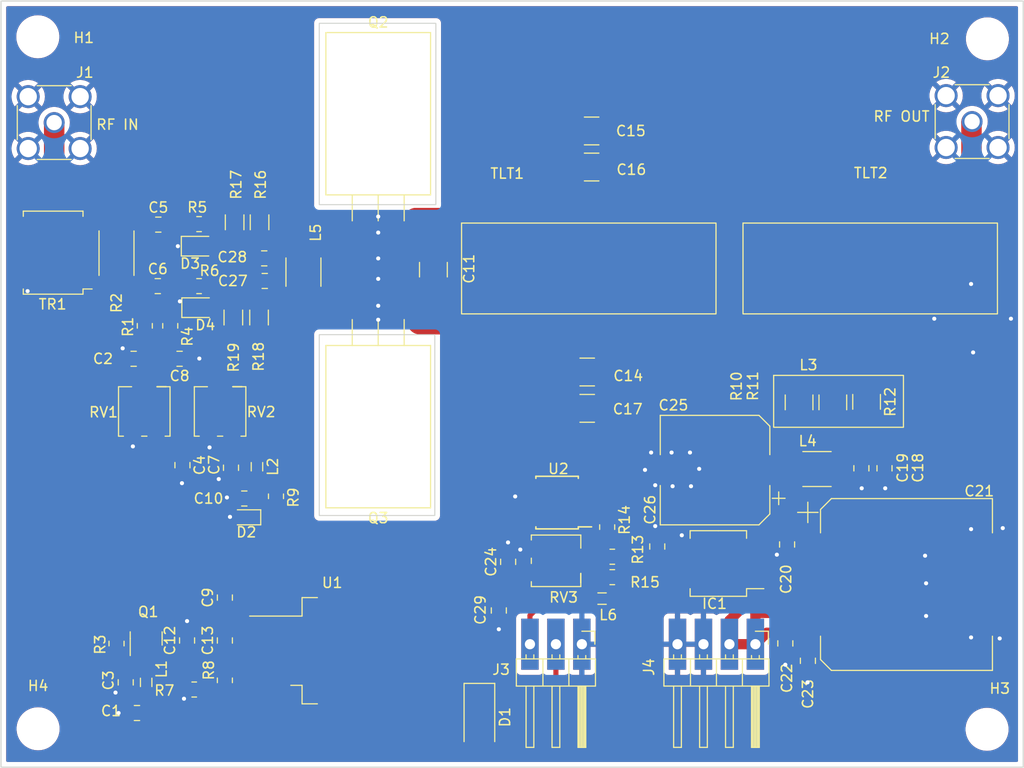
<source format=kicad_pcb>
(kicad_pcb (version 20211014) (generator pcbnew)
  (title_block (title "MUNIN 1000 HF PA") (date "2022-01-26") (rev "0") (company "LA2NI") (comment 1 "Eng:Kjell Karlsen"))
  (layers (0 "F.Cu" signal) (31 "B.Cu" signal) (35 "F.Paste" user) (37 "F.SilkS" user "F.Silkscreen") (38 "B.Mask" user) (39 "F.Mask" user) (44 "Edge.Cuts" user))
  (net 0 "")
  (net 1 "+48V")
  (net 2 "GND")
  (net 3 "Net-(C3-Pad1)")
  (net 4 "Net-(C4-Pad1)")
  (net 5 "Net-(C6-Pad1)")
  (net 6 "Net-(C9-Pad1)")
  (net 7 "Net-(C10-Pad1)")
  (net 8 "Net-(C11-Pad1)")
  (net 9 "Net-(C11-Pad2)")
  (net 10 "+5V")
  (net 11 "Net-(C14-Pad2)")
  (net 12 "Net-(C15-Pad2)")
  (net 13 "Net-(C18-Pad2)")
  (net 14 "Net-(C26-Pad1)")
  (net 15 "Net-(D1-Pad1)")
  (net 16 "Net-(D1-Pad2)")
  (net 17 "Net-(IC1-Pad7)")
  (net 19 "Net-(J1-Pad1)")
  (net 20 "Net-(R7-Pad1)")
  (net 21 "Net-(R13-Pad1)")
  (net 22 "Net-(R13-Pad2)")
  (net 23 "Net-(R14-Pad1)")
  (net 28 "Net-(J2-Pad1)")
  (net 29 "Net-(D4-Pad2)")
  (net 30 "Net-(C2-Pad2)")
  (net 31 "Net-(C5-Pad1)")
  (net 32 "Net-(C5-Pad2)")
  (net 33 "Net-(C6-Pad2)")
  (net 34 "Net-(C8-Pad2)")
  (net 35 "Net-(C20-Pad2)")
  (net 36 "Net-(C27-Pad2)")
  (net 37 "Net-(L3-Pad1)")
  (net 38 "Net-(C27-Pad1)")
  (net 39 "Net-(C28-Pad2)")
  (net 40 "Net-(C28-Pad1)")
  (net 41 "Net-(D3-Pad2)")
  (net 42 "Net-(J3-Pad3)")
  (net 43 "Net-(C21-Pad1)")
  (footprint "Capacitor_SMD:C_0805_2012Metric" (layer "F.Cu") (at 59 147.2 180)
    (fp_text reference "C1")
    (fp_text value "100n" hide)
  )
  (footprint "LA2NI:TO-220-3_Horizontal_TabDown_SMD" (layer "F.Cu") (at 85.14 107.5325 180)
    (fp_text reference "Q3")
    (fp_text value "MRF101BN")
  )
  (footprint "Resistor_SMD:R_0805_2012Metric_Pad1.20x1.40mm_HandSolder" (layer "F.Cu") (at 59.7662 109.2962 -90)
    (fp_text reference "R1")
    (fp_text value "100R" hide)
  )
  (footprint "Package_SO:Diodes_PSOP-8" (layer "F.Cu") (at 100.1 126.6 180)
    (fp_text reference "U2")
    (fp_text value "LM358" hide)
  )
  (footprint "Capacitor_SMD:C_0805_2012Metric_Pad1.18x1.45mm_HandSolder" (layer "F.Cu") (at 63.1698 112.522 180)
    (fp_text reference "C8")
    (fp_text value "100n" hide)
  )
  (footprint "Inductor_SMD:L_0805_2012Metric_Pad1.05x1.20mm_HandSolder" (layer "F.Cu") (at 59.9 144.2 90)
    (fp_text reference "L1")
    (fp_text value "L_Core_Ferrite_Small" hide)
  )
  (footprint "Capacitor_SMD:C_0805_2012Metric_Pad1.18x1.45mm_HandSolder" (layer "F.Cu") (at 63.9 140.1 90)
    (fp_text reference "C12")
    (fp_text value "1u" hide)
  )
  (footprint "Inductor_SMD:L_1812_4532Metric" (layer "F.Cu") (at 125.5268 123.317 180)
    (fp_text reference "L4")
    (fp_text value "Ferrite Bead 742792514" hide)
  )
  (footprint "Capacitor_SMD:C_1210_3225Metric_Pad1.33x2.70mm_HandSolder" (layer "F.Cu") (at 103.0478 113.8174)
    (fp_text reference "C14")
    (fp_text value "100n" hide)
  )
  (footprint "Capacitor_SMD:C_0805_2012Metric_Pad1.18x1.45mm_HandSolder" (layer "F.Cu") (at 68.199 123.19 -90)
    (fp_text reference "C7")
    (fp_text value "100n" hide)
  )
  (footprint "Capacitor_SMD:C_0805_2012Metric_Pad1.18x1.45mm_HandSolder" (layer "F.Cu") (at 109.9 130.9 90)
    (fp_text reference "C26")
    (fp_text value "1n" hide)
  )
  (footprint "Capacitor_SMD:C_1210_3225Metric_Pad1.33x2.70mm_HandSolder" (layer "F.Cu") (at 103.4796 90.2208)
    (fp_text reference "C15")
    (fp_text value "100n" hide)
  )
  (footprint "Capacitor_SMD:C_0805_2012Metric_Pad1.18x1.45mm_HandSolder" (layer "F.Cu") (at 95.3108 132.4 90)
    (fp_text reference "C24")
    (fp_text value "1u" hide)
  )
  (footprint "Capacitor_SMD:C_1210_3225Metric_Pad1.33x2.70mm_HandSolder" (layer "F.Cu") (at 103.0478 117.3734)
    (fp_text reference "C17")
    (fp_text value "100n" hide)
  )
  (footprint "Capacitor_SMD:C_0805_2012Metric_Pad1.18x1.45mm_HandSolder" (layer "F.Cu") (at 129.8702 123.2408 90)
    (fp_text reference "C19")
    (fp_text value "100n" hide)
  )
  (footprint "Resistor_SMD:R_0805_2012Metric_Pad1.20x1.40mm_HandSolder" (layer "F.Cu") (at 64.6 144.9 180)
    (fp_text reference "R7")
    (fp_text value "240R" hide)
  )
  (footprint "Resistor_SMD:R_0805_2012Metric_Pad1.20x1.40mm_HandSolder" (layer "F.Cu") (at 62.2554 109.2962 -90)
    (fp_text reference "R4")
    (fp_text value "100R" hide)
  )
  (footprint "Package_SO:SO-8_5.3x6.2mm_P1.27mm" (layer "F.Cu") (at 115.8748 132.5626 180)
    (fp_text reference "IC1")
    (fp_text value "ACHS-7123" hide)
  )
  (footprint "Resistor_SMD:R_1206_3216Metric" (layer "F.Cu") (at 70.9422 108.4834 90)
    (fp_text reference "R18")
    (fp_text value "TBD" hide)
  )
  (footprint "Capacitor_SMD:CP_Elec_10x14.3" (layer "F.Cu") (at 115.5541 123.4186 180)
    (fp_text reference "C25")
    (fp_text value "22u/63V" hide)
  )
  (footprint "RF_Mini-Circuits:Mini-Circuits_CD542_H2.84mm" (layer "F.Cu") (at 50.8 102.1334 180)
    (fp_text reference "TR1")
    (fp_text value "ADT4-1WT" hide)
  )
  (footprint "Diode_SMD:D_MELF" (layer "F.Cu") (at 92.5 147.6 -90)
    (fp_text reference "D1")
    (fp_text value "BAT54J" hide)
  )
  (footprint "Capacitor_SMD:C_1210_3225Metric" (layer "F.Cu") (at 88 103.8 -90)
    (fp_text reference "C11")
    (fp_text value "TBD" hide)
  )
  (footprint "MountingHole:MountingHole_3.2mm_M3" (layer "F.Cu") (at 142.1638 148.7932)
    (fp_text reference "H3")
    (fp_text value "MH" hide)
  )
  (footprint "Capacitor_SMD:C_0805_2012Metric_Pad1.18x1.45mm_HandSolder" (layer "F.Cu") (at 124.6378 142.0876 -90)
    (fp_text reference "C23")
    (fp_text value "100n" hide)
  )
  (footprint "Diode_SMD:D_0805_2012Metric" (layer "F.Cu") (at 65.024 101.4984)
    (fp_text reference "D3")
    (fp_text value "CDSOD323-T03CT-NO" hide)
  )
  (footprint "Capacitor_SMD:C_0805_2012Metric_Pad1.18x1.45mm_HandSolder" (layer "F.Cu") (at 67.6 135.9 90)
    (fp_text reference "C9")
    (fp_text value "100n" hide)
  )
  (footprint "Capacitor_SMD:CP_Elec_16x17.5" (layer "F.Cu") (at 134.2799 134.62)
    (fp_text reference "C21")
    (fp_text value "560u/63V" hide)
  )
  (footprint "Resistor_SMD:R_1210_3225Metric" (layer "F.Cu") (at 123.7742 116.7892 -90)
    (fp_text reference "R10")
    (fp_text value "4R7/1W" hide)
  )
  (footprint "Resistor_SMD:R_1210_3225Metric" (layer "F.Cu") (at 130.3782 116.7384 -90)
    (fp_text reference "R12")
    (fp_text value "4R7/1W" hide)
  )
  (footprint "Inductor_SMD:L_1812_4532Metric" (layer "F.Cu") (at 75.2856 104.0384 -90)
    (fp_text reference "L5")
    (fp_text value "1 T" hide)
  )
  (footprint "Capacitor_SMD:C_0805_2012Metric" (layer "F.Cu") (at 71.501 104.902)
    (fp_text reference "C27")
    (fp_text value "100nH" hide)
  )
  (footprint "Resistor_SMD:R_1206_3216Metric" (layer "F.Cu") (at 70.993 99.1616 -90)
    (fp_text reference "R16")
    (fp_text value "TBD" hide)
  )
  (footprint "Capacitor_SMD:C_0805_2012Metric_Pad1.18x1.45mm_HandSolder" (layer "F.Cu") (at 61.087 99.3902)
    (fp_text reference "C5")
    (fp_text value "100n" hide)
  )
  (footprint "Connector_PinHeader_2.54mm:PinHeader_1x03_P2.54mm_Horizontal" (layer "F.Cu") (at 102.525 140.4625 -90)
    (fp_text reference "J3")
    (fp_text value "Conn_01x03_Male" hide)
  )
  (footprint "Potentiometer_SMD:Potentiometer_Bourns_3214G_Horizontal" (layer "F.Cu") (at 100 132.3 180)
    (fp_text reference "RV3")
    (fp_text value "1K" hide)
  )
  (footprint "Potentiometer_SMD:Potentiometer_Bourns_3214G_Horizontal" (layer "F.Cu") (at 59.7154 117.6782 -90)
    (fp_text reference "RV1")
    (fp_text value "5K" hide)
  )
  (footprint "Resistor_SMD:R_0805_2012Metric_Pad1.20x1.40mm_HandSolder" (layer "F.Cu") (at 105.5 133.9 180)
    (fp_text reference "R15")
    (fp_text value "100R" hide)
  )
  (footprint "Capacitor_SMD:C_0805_2012Metric_Pad1.18x1.45mm_HandSolder" (layer "F.Cu") (at 57.9 144.2 -90)
    (fp_text reference "C3")
    (fp_text value "100n" hide)
  )
  (footprint "MountingHole:MountingHole_3.2mm_M3" (layer "F.Cu") (at 49.3268 148.7424)
    (fp_text reference "H4")
    (fp_text value "MH" hide)
  )
  (footprint "Connector_Coaxial:SMA_Amphenol_132291_Vertical" (layer "F.Cu") (at 140.7 89.3 -90)
    (fp_text reference "J2")
    (fp_text value "Conn_Coaxial" hide)
  )
  (footprint "LA2NI:TO-220-3_Horizontal_TabDown_SMD" (layer "F.Cu") (at 80.06 100.1675)
    (fp_text reference "Q2")
    (fp_text value "MRF101AN")
  )
  (footprint "Capacitor_SMD:C_0805_2012Metric_Pad1.18x1.45mm_HandSolder" (layer "F.Cu") (at 58.674 112.522)
    (fp_text reference "C2")
    (fp_text value "100n" hide)
  )
  (footprint "Diode_SMD:D_0603_1608Metric" (layer "F.Cu") (at 69.6214 128.0414 180)
    (fp_text reference "D2")
    (fp_text value "5.1V" hide)
  )
  (footprint "Connector_PinHeader_2.54mm:PinHeader_1x04_P2.54mm_Horizontal" (layer "F.Cu") (at 119.5 140.4625 -90)
    (fp_text reference "J4")
    (fp_text value "3-647630-4" hide)
  )
  (footprint "Capacitor_SMD:C_0805_2012Metric_Pad1.18x1.45mm_HandSolder" (layer "F.Cu") (at 122.6 130.7 90)
    (fp_text reference "C20")
    (fp_text value "100n" hide)
  )
  (footprint "Diode_SMD:D_0805_2012Metric" (layer "F.Cu") (at 65.0748 107.5182)
    (fp_text reference "D4")
    (fp_text value "CDSOD323-T03CT-NO" hide)
  )
  (footprint "LA2NI:TLT_94_3" (layer "F.Cu") (at 121.0818 98.7298)
    (fp_text reference "TLT2")
    (fp_text value "TLT" hide)
  )
  (footprint "Capacitor_SMD:C_1210_3225Metric_Pad1.33x2.70mm_HandSolder" (layer "F.Cu") (at 103.4796 93.7514)
    (fp_text reference "C16")
    (fp_text value "100n" hide)
  )
  (footprint "Capacitor_SMD:C_0805_2012Metric_Pad1.18x1.45mm_HandSolder" (layer "F.Cu") (at 69.5 126.2 180)
    (fp_text reference "C10")
    (fp_text value "100n" hide)
  )
  (footprint "Resistor_SMD:R_1206_3216Metric" (layer "F.Cu") (at 68.5546 99.1616 -90)
    (fp_text reference "R17")
    (fp_text value "TBD" hide)
  )
  (footprint "Package_TO_SOT_SMD:TO-263-3_TabPin2" (layer "F.Cu") (at 78.1 141.1)
    (fp_text reference "U1")
    (fp_text value "TL783CKTT" hide)
  )
  (footprint "Resistor_SMD:R_0805_2012Metric_Pad1.20x1.40mm_HandSolder" (layer "F.Cu") (at 65.0748 105.41)
    (fp_text reference "R6")
    (fp_text value "1R" hide)
  )
  (footprint "Package_TO_SOT_SMD:SOT-23" (layer "F.Cu") (at 59.9 139.9 90)
    (fp_text reference "Q1")
    (fp_text value "ISS55EP06LMXTSA1" hide)
  )
  (footprint "Inductor_SMD:L_0805_2012Metric_Pad1.05x1.20mm_HandSolder" (layer "F.Cu") (at 104.5 136)
    (fp_text reference "L6")
    (fp_text value "L_Core_Ferrite_Small" hide)
  )
  (footprint "Resistor_SMD:R_0805_2012Metric_Pad1.20x1.40mm_HandSolder" (layer "F.Cu") (at 105 129 -90)
    (fp_text reference "R14")
    (fp_text value "27K" hide)
  )
  (footprint "Capacitor_SMD:C_0805_2012Metric_Pad1.18x1.45mm_HandSolder" (layer "F.Cu") (at 94.4 137.1625 90)
    (fp_text reference "C29")
    (fp_text value "100n" hide)
  )
  (footprint "Resistor_SMD:R_0805_2012Metric_Pad1.20x1.40mm_HandSolder" (layer "F.Cu") (at 72.6 125.984 -90)
    (fp_text reference "R9")
    (fp_text value "1K" hide)
  )
  (footprint "Capacitor_SMD:C_0805_2012Metric_Pad1.18x1.45mm_HandSolder" (layer "F.Cu") (at 67.6 140.1 90)
    (fp_text reference "C13")
    (fp_text value "100n" hide)
  )
  (footprint "Capacitor_SMD:C_0805_2012Metric_Pad1.18x1.45mm_HandSolder" (layer "F.Cu") (at 122.428 140.3858 -90)
    (fp_text reference "C22")
    (fp_text value "10u" hide)
  )
  (footprint "Resistor_SMD:R_0805_2012Metric_Pad1.20x1.40mm_HandSolder" (layer "F.Cu") (at 57 140.4 90)
    (fp_text reference "R3")
    (fp_text value "10k" hide)
  )
  (footprint "Resistor_SMD:R_0805_2012Metric_Pad1.20x1.40mm_HandSolder" (layer "F.Cu") (at 105.5 131.9)
    (fp_text reference "R13")
    (fp_text value "10K" hide)
  )
  (footprint "Resistor_SMD:R_2512_6332Metric" (layer "F.Cu") (at 56.9976 102.1842 -90)
    (fp_text reference "R2")
    (fp_text value "12R/2W" hide)
  )
  (footprint "Capacitor_SMD:C_0805_2012Metric_Pad1.18x1.45mm_HandSolder" (layer "F.Cu") (at 61.0362 105.41)
    (fp_text reference "C6")
    (fp_text value "100n" hide)
  )
  (footprint "MountingHole:MountingHole_3.2mm_M3" (layer "F.Cu") (at 49.3 81)
    (fp_text reference "H1")
    (fp_text value "MH" hide)
  )
  (footprint "Resistor_SMD:R_1206_3216Metric" (layer "F.Cu") (at 68.4276 108.4834 90)
    (fp_text reference "R19")
    (fp_text value "TBD" hide)
  )
  (footprint "Capacitor_SMD:C_0805_2012Metric_Pad1.18x1.45mm_HandSolder" (layer "F.Cu") (at 132.1308 123.2408 90)
    (fp_text reference "C18")
    (fp_text value "100n" hide)
  )
  (footprint "Resistor_SMD:R_0805_2012Metric_Pad1.20x1.40mm_HandSolder" (layer "F.Cu") (at 67.6 144 -90)
    (fp_text reference "R8")
    (fp_text value "82R" hide)
  )
  (footprint "LA2NI:FT_50_1" (layer "F.Cu") (at 127.889 113.1316)
    (fp_text reference "L3")
    (fp_text value "L_Core_Iron" hide)
  )
  (footprint "MountingHole:MountingHole_3.2mm_M3" (layer "F.Cu") (at 142.2 81.2)
    (fp_text reference "H2")
    (fp_text value "MH" hide)
  )
  (footprint "Capacitor_SMD:C_0805_2012Metric" (layer "F.Cu") (at 71.4502 102.6922)
    (fp_text reference "C28")
    (fp_text value "100nH" hide)
  )
  (footprint "Connector_Coaxial:SMA_Amphenol_132291_Vertical" (layer "F.Cu") (at 50.9 89.4 90)
    (fp_text reference "J1")
    (fp_text value "TX_IN" hide)
  )
  (footprint "Potentiometer_SMD:Potentiometer_Bourns_3214G_Horizontal" (layer "F.Cu") (at 67.1322 117.6782 -90)
    (fp_text reference "RV2")
    (fp_text value "5K" hide)
  )
  (footprint "Resistor_SMD:R_0805_2012Metric_Pad1.20x1.40mm_HandSolder" (layer "F.Cu") (at 65.0748 99.3394)
    (fp_text reference "R5")
    (fp_text value "1R" hide)
  )
  (footprint "Resistor_SMD:R_1210_3225Metric" (layer "F.Cu") (at 127.0762 116.7892 -90)
    (fp_text reference "R11")
    (fp_text value "4R7/1W" hide)
  )
  (footprint "Capacitor_SMD:C_0805_2012Metric_Pad1.18x1.45mm_HandSolder" (layer "F.Cu") (at 63.4492 122.936 -90)
    (fp_text reference "C4")
    (fp_text value "100n" hide)
  )
  (footprint "Inductor_SMD:L_0805_2012Metric_Pad1.05x1.20mm_HandSolder" (layer "F.Cu") (at 70.739 123.0884 -90)
    (fp_text reference "L2")
    (fp_text value "FB" hide)
  )
  (footprint "LA2NI:TLT_94_3" (layer "F.Cu") (at 93.5482 98.7298)
    (fp_text reference "TLT1")
    (fp_text value "TLT" hide)
  )
  (gr_rect (start 76.835 97.4344) (end 88.2396 79.6798) (layer "Edge.Cuts") (width 0.1) (fill none))
  (gr_rect (start 45.7 152.5) (end 145.7 77.5) (layer "Edge.Cuts") (width 0.1) (fill none))
  (gr_rect (start 76.835 110.1598) (end 88.138 127.8636) (layer "Edge.Cuts") (width 0.1) (fill none))
  (gr_text "RF IN" (at 57.1 89.6) (layer "F.SilkS") (effects (font (size 1 1))))
  (gr_text "RF OUT" (at 133.8 88.8) (layer "F.SilkS") (effects (font (size 1 1))))
  (segment (start 92.275 136.125) (end 94.4 136.125) (width 0.5) (layer "F.Cu") (net 1))
  (segment (start 59.9 147.15) (end 59.95 147.2) (width 0.5) (layer "F.Cu") (net 1))
  (segment (start 87.5 148.3) (end 89.9 145.9) (width 0.5) (layer "F.Cu") (net 1))
  (segment (start 59.9 145.35) (end 59.9 147.15) (width 0.5) (layer "F.Cu") (net 1))
  (segment (start 60.9 148.3) (end 87.5 148.3) (width 0.5) (layer "F.Cu") (net 1))
  (segment (start 103.225 136.125) (end 103.35 136) (width 0.5) (layer "F.Cu") (net 1))
  (segment (start 89.9 138.5) (end 92.275 136.125) (width 0.5) (layer "F.Cu") (net 1))
  (segment (start 59.95 147.2) (end 59.95 147.35) (width 0.5) (layer "F.Cu") (net 1))
  (segment (start 94.4 136.125) (end 103.225 136.125) (width 0.5) (layer "F.Cu") (net 1))
  (segment (start 89.9 145.9) (end 89.9 138.5) (width 0.5) (layer "F.Cu") (net 1))
  (segment (start 59.95 147.35) (end 60.9 148.3) (width 0.5) (layer "F.Cu") (net 1))
  (segment (start 112.3748 129.8748) (end 112.3 129.8) (width 0.5) (layer "F.Cu") (net 2))
  (segment (start 140.6398 108.6358) (end 137.0358 108.6358) (width 1) (layer "F.Cu") (net 2))
  (segment (start 140.5299 139.7299) (end 140.6 139.8) (width 1) (layer "F.Cu") (net 2))
  (segment (start 111.3541 123.4186) (end 111.3541 121.7541) (width 0.5) (layer "F.Cu") (net 2))
  (segment (start 136.32 134.62) (end 136.2 134.5) (width 1) (layer "F.Cu") (net 2))
  (segment (start 111.0186 123.4186) (end 109.3 121.7) (width 0.25) (layer "F.Cu") (net 2))
  (segment (start 67.811 126.111) (end 67.8 126.1) (width 0.5) (layer "F.Cu") (net 2))
  (segment (start 140.6398 108.6358) (end 140.6398 105.2398) (width 1) (layer "F.Cu") (net 2))
  (segment (start 111.3541 123.4186) (end 113.8814 123.4186) (width 0.25) (layer "F.Cu") (net 2))
  (segment (start 111.3541 123.4186) (end 108.7186 123.4186) (width 0.5) (layer "F.Cu") (net 2))
  (segment (start 140.5299 134.62) (end 140.5299 137.0299) (width 1) (layer "F.Cu") (net 2))
  (segment (start 68.6601 126.111) (end 67.811 126.111) (width 0.5) (layer "F.Cu") (net 2))
  (segment (start 139.28 134.62) (end 136.2 137.7) (width 1) (layer "F.Cu") (net 2))
  (segment (start 140.5299 132.2701) (end 143.7 129.1) (width 1) (layer "F.Cu") (net 2))
  (segment (start 96.035 125.965) (end 96 126) (width 0.5) (layer "F.Cu") (net 2))
  (segment (start 140.5299 134.62) (end 140.5299 129.2701) (width 1) (layer "F.Cu") (net 2))
  (segment (start 82.6 107.3325) (end 82.6 108.7) (width 1) (layer "F.Cu") (net 2))
  (segment (start 68.199 124.2275) (end 67.0725 124.2275) (width 0.5) (layer "F.Cu") (net 2))
  (segment (start 82.6 100.1675) (end 82.6 98.6) (width 1) (layer "F.Cu") (net 2))
  (segment (start 132.1308 124.2783) (end 132.1308 125.1308) (width 0.25) (layer "F.Cu") (net 2))
  (segment (start 122.6 131.7375) (end 121.6375 131.7375) (width 0.5) (layer "F.Cu") (net 2))
  (segment (start 140.5299 134.62) (end 140.5299 139.7299) (width 1) (layer "F.Cu") (net 2))
  (segment (start 124.6378 143.1251) (end 124.6378 144.1622) (width 1) (layer "F.Cu") (net 2))
  (segment (start 129.8702 125.1702) (end 129.9 125.2) (width 0.25) (layer "F.Cu") (net 2))
  (segment (start 138.92 134.62) (end 136.1 131.8) (width 1) (layer "F.Cu") (net 2))
  (segment (start 140.5299 134.62) (end 136.32 134.62) (width 1) (layer "F.Cu") (net 2))
  (segment (start 111.3814 123.4186) (end 113.1 121.7) (width 0.25) (layer "F.Cu") (net 2))
  (segment (start 68.8339 128.0414) (end 68.1414 128.0414) (width 0.5) (layer "F.Cu") (net 2))
  (segment (start 140.5299 134.62) (end 139.28 134.62) (width 1) (layer "F.Cu") (net 2))
  (segment (start 140.5299 137.0299) (end 143.4 139.9) (width 1) (layer "F.Cu") (net 2))
  (segment (start 82.6 100.1675) (end 82.6 102.7) (width 1) (layer "F.Cu") (net 2))
  (segment (start 129.8702 124.2783) (end 129.8702 125.1702) (width 0.25) (layer "F.Cu") (net 2))
  (segment (start 57.6365 112.522) (end 57.6365 111.5365) (width 0.5) (layer "F.Cu") (net 2))
  (segment (start 64.2073 112.522) (end 65.078 112.522) (width 0.5) (layer "F.Cu") (net 2))
  (segment (start 97.4 125.965) (end 96.035 125.965) (width 0.5) (layer "F.Cu") (net 2))
  (segment (start 64.0865 101.4984) (end 63.0016 101.4984) (width 0.5) (layer "F.Cu") (net 2))
  (segment (start 94.4 138.2) (end 94.4 139) (width 0.5) (layer "F.Cu") (net 2))
  (segment (start 57.9 145.2375) (end 56.9375 145.2375) (width 0.5) (layer "F.Cu") (net 2))
  (segment (start 132.1308 125.1308) (end 132.2 125.2) (width 0.25) (layer "F.Cu") (net 2))
  (segment (start 63.8182 107.5182) (end 63.2 106.9) (width 0.5) (layer "F.Cu") (net 2))
  (segment (start 140.6398 105.2398) (end 140.6 105.2) (width 1) (layer "F.Cu") (net 2))
  (segment (start 109.9 129.1) (end 109.7 128.9) (width 0.5) (layer "F.Cu") (net 2))
  (segment (start 111.3541 123.4186) (end 111.6186 123.4186) (width 0.25) (layer "F.Cu") (net 2))
  (segment (start 108.7186 123.4186) (end 108.7 123.4) (width 0.5) (layer "F.Cu") (net 2))
  (segment (start 63.0016 101.4984) (end 63 101.5) (width 0.5) (layer "F.Cu") (net 2))
  (segment (start 111.3541 123.4186) (end 111.3541 124.9541) (width 0.5) (layer "F.Cu") (net 2))
  (segment (start 111.6186 123.4186) (end 113.2 125) (width 0.25) (layer "F.Cu") (net 2))
  (segment (start 96.55 131.15) (end 96.5 131.2) (width 0.5) (layer "F.Cu") (net 2))
  (segment (start 65.078 112.522) (end 65.1 112.5) (width 0.5) (layer "F.Cu") (net 2))
  (segment (start 63.9 139.0625) (end 63.9 138.2) (width 0.5) (layer "F.Cu") (net 2))
  (segment (start 111.3541 123.4186) (end 111.3814 123.4186) (width 0.25) (layer "F.Cu") (net 2))
  (segment (start 58.05 147.2) (end 57.2 147.2) (width 0.5) (layer "F.Cu") (net 2))
  (segment (start 68.1414 128.0414) (end 68.1 128) (width 0.5) (layer "F.Cu") (net 2))
  (segment (start 111.3541 121.7541) (end 111.3 121.7) (width 0.5) (layer "F.Cu") (net 2))
  (segment (start 64.1373 107.5182) (end 63.8182 107.5182) (width 0.5) (layer "F.Cu") (net 2))
  (segment (start 113.8814 123.4186) (end 114 123.3) (width 0.25) (layer "F.Cu") (net 2))
  (segment (start 111.3541 124.9541) (end 111.4 125) (width 0.5) (layer "F.Cu") (net 2))
  (segment (start 122.428 141.4233) (end 122.428 142.472) (width 1) (layer "F.Cu") (net 2))
  (segment (start 65.9822 121.0822) (end 66.1 121.2) (width 0.5) (layer "F.Cu") (net 2))
  (segment (start 63.4492 123.9735) (end 63.4492 124.6508) (width 0.5) (layer "F.Cu") (net 2))
  (segment (start 48.26 105.86) (end 48.3 105.9) (width 0.5) (layer "F.Cu") (net 2))
  (segment (start 67.0725 124.2275) (end 67 124.3) (width 0.5) (layer "F.Cu") (net 2))
  (segment (start 58.5654 121.0654) (end 58.6 121.1) (width 0.5) (layer "F.Cu") (net 2))
  (segment (start 140.5299 129.2701) (end 140.6 129.2) (width 1) (layer "F.Cu") (net 2))
  (segment (start 111.3541 123.4186) (end 111.1814 123.4186) (width 0.25) (layer "F.Cu") (net 2))
  (segment (start 111.3541 123.4186) (end 111.0186 123.4186) (width 0.25) (layer "F.Cu") (net 2))
  (segment (start 121.6375 131.7375) (end 121.6 131.7) (width 0.5) (layer "F.Cu") (net 2))
  (segment (start 48.26 104.6734) (end 48.26 105.86) (width 0.5) (layer "F.Cu") (net 2))
  (segment (start 112.3748 130.6576) (end 112.3748 129.8748) (width 0.5) (layer "F.Cu") (net 2))
  (segment (start 144.4642 108.6358) (end 144.5 108.6) (width 1) (layer "F.Cu") (net 2))
  (segment (start 58.5654 120.2782) (end 58.5654 121.0654) (width 0.5) (layer "F.Cu") (net 2))
  (segment (start 82.6 107.3325) (end 82.6 104.7) (width 1) (layer "F.Cu") (net 2))
  (segment (start 97.4 131.15) (end 96.55 131.15) (width 0.5) (layer "F.Cu") (net 2))
  (segment (start 95.3108 130.5108) (end 95.3 130.5) (width 0.5) (layer "F.Cu") (net 2))
  (segment (start 124.6378 144.1622) (end 124.6 144.2) (width 1) (layer "F.Cu") (net 2))
  (segment (start 65.9822 120.2782) (end 65.9822 121.0822) (width 0.5) (layer "F.Cu") (net 2))
  (segment (start 140.6398 108.6358) (end 144.4642 108.6358) (width 1) (layer "F.Cu") (net 2))
  (segment (start 140.5299 134.62) (end 138.92 134.62) (width 1) (layer "F.Cu") (net 2))
  (segment (start 140.6398 108.6358) (end 140.6398 111.7398) (width 1) (layer "F.Cu") (net 2))
  (segment (start 140.5299 134.62) (end 140.5299 132.2701) (width 1) (layer "F.Cu") (net 2))
  (segment (start 57.6365 111.5365) (end 57.6 111.5) (width 0.5) (layer "F.Cu") (net 2))
  (segment (start 56.9375 145.2375) (end 56.9 145.2) (width 0.5) (layer "F.Cu") (net 2))
  (segment (start 95.3108 131.3625) (end 95.3108 130.5108) (width 0.5) (layer "F.Cu") (net 2))
  (segment (start 137.0358 108.6358) (end 137 108.6) (width 1) (layer "F.Cu") (net 2))
  (segment (start 109.9 129.8625) (end 109.9 129.1) (width 0.5) (layer "F.Cu") (net 2))
  (segment (start 63.6 144.9) (end 63.6 145.8) (width 0.5) (layer "F.Cu") (net 2))
  (segment (start 140.6398 111.7398) (end 140.8 111.9) (width 1) (layer "F.Cu") (net 2))
  (segment (start 111.1814 123.4186) (end 109.7 124.9) (width 0.25) (layer "F.Cu") (net 2))
  (segment (start 63.4492 124.6508) (end 63.4 124.7) (width 0.5) (layer "F.Cu") (net 2))
  (via (at 129.9 125.2) (size 0.8) (drill 0.4) (layers "F.Cu" "B.Cu") (net 2))
  (via (at 63.6 145.8) (size 0.8) (drill 0.4) (layers "F.Cu" "B.Cu") (net 2))
  (via (at 140.6 129.2) (size 0.8) (drill 0.4) (layers "F.Cu" "B.Cu") (net 2))
  (via (at 137 108.6) (size 0.8) (drill 0.4) (layers "F.Cu" "B.Cu") (net 2))
  (via (at 140.6 105.2) (size 0.8) (drill 0.4) (layers "F.Cu" "B.Cu") (net 2))
  (via (at 63.2 106.9) (size 0.8) (drill 0.4) (layers "F.Cu" "B.Cu") (net 2))
  (via (at 57.2 147.2) (size 0.8) (drill 0.4) (layers "F.Cu" "B.Cu") (net 2))
  (via (at 132.2 125.2) (size 0.8) (drill 0.4) (layers "F.Cu" "B.Cu") (net 2))
  (via (at 122.428 142.472) (size 0.8) (drill 0.4) (layers "F.Cu" "B.Cu") (net 2))
  (via (at 58.6 121.1) (size 0.8) (drill 0.4) (layers "F.Cu" "B.Cu") (net 2))
  (via (at 94.4 139) (size 0.8) (drill 0.4) (layers "F.Cu" "B.Cu") (net 2))
  (via (at 68.1 128) (size 0.8) (drill 0.4) (layers "F.Cu" "B.Cu") (net 2))
  (via (at 113.2 125) (size 0.8) (drill 0.4) (layers "F.Cu" "B.Cu") (net 2))
  (via (at 48.3 105.9) (size 0.8) (drill 0.4) (layers "F.Cu" "B.Cu") (net 2))
  (via (at 63.9 138.2) (size 0.8) (drill 0.4) (layers "F.Cu" "B.Cu") (net 2))
  (via (at 63.4 124.7) (size 0.8) (drill 0.4) (layers "F.Cu" "B.Cu") (net 2))
  (via (at 82.6 100.1675) (size 0.8) (drill 0.4) (layers "F.Cu" "B.Cu") (net 2))
  (via (at 121.6 131.7) (size 0.8) (drill 0.4) (layers "F.Cu" "B.Cu") (net 2))
  (via (at 82.6 102.7) (size 0.8) (drill 0.4) (layers "F.Cu" "B.Cu") (net 2))
  (via (at 82.6 98.6) (size 0.8) (drill 0.4) (layers "F.Cu" "B.Cu") (net 2))
  (via (at 113.1 121.7) (size 0.8) (drill 0.4) (layers "F.Cu" "B.Cu") (net 2))
  (via (at 136.2 137.7) (size 0.8) (drill 0.4) (layers "F.Cu" "B.Cu") (net 2))
  (via (at 144.5 108.6) (size 0.8) (drill 0.4) (layers "F.Cu" "B.Cu") (net 2))
  (via (at 109.7 124.9) (size 0.8) (drill 0.4) (layers "F.Cu" "B.Cu") (net 2))
  (via (at 111.3 121.7) (size 0.8) (drill 0.4) (layers "F.Cu" "B.Cu") (net 2))
  (via (at 114 123.3) (size 0.8) (drill 0.4) (layers "F.Cu" "B.Cu") (net 2))
  (via (at 111.4 125) (size 0.8) (drill 0.4) (layers "F.Cu" "B.Cu") (net 2))
  (via (at 65.1 112.5) (size 0.8) (drill 0.4) (layers "F.Cu" "B.Cu") (net 2))
  (via (at 67.8 126.1) (size 0.8) (drill 0.4) (layers "F.Cu" "B.Cu") (net 2))
  (via (at 96 126) (size 0.8) (drill 0.4) (layers "F.Cu" "B.Cu") (net 2))
  (via (at 96.5 131.2) (size 0.8) (drill 0.4) (layers "F.Cu" "B.Cu") (net 2))
  (via (at 82.6 108.7) (size 0.8) (drill 0.4) (layers "F.Cu" "B.Cu") (net 2))
  (via (at 124.6 144.2) (size 0.8) (drill 0.4) (layers "F.Cu" "B.Cu") (net 2))
  (via (at 67 124.3) (size 0.8) (drill 0.4) (layers "F.Cu" "B.Cu") (net 2))
  (via (at 66.1 121.2) (size 0.8) (drill 0.4) (layers "F.Cu" "B.Cu") (net 2))
  (via (at 63 101.5) (size 0.8) (drill 0.4) (layers "F.Cu" "B.Cu") (net 2))
  (via (at 109.7 128.9) (size 0.8) (drill 0.4) (layers "F.Cu" "B.Cu") (net 2))
  (via (at 140.6 139.8) (size 0.8) (drill 0.4) (layers "F.Cu" "B.Cu") (net 2))
  (via (at 56.9 145.2) (size 0.8) (drill 0.4) (layers "F.Cu" "B.Cu") (net 2))
  (via (at 109.3 121.7) (size 0.8) (drill 0.4) (layers "F.Cu" "B.Cu") (net 2))
  (via (at 82.6 104.7) (size 0.8) (drill 0.4) (layers "F.Cu" "B.Cu") (net 2))
  (via (at 82.6 107.3325) (size 0.8) (drill 0.4) (layers "F.Cu" "B.Cu") (net 2))
  (via (at 140.8 111.9) (size 0.8) (drill 0.4) (layers "F.Cu" "B.Cu") (net 2))
  (via (at 143.4 139.9) (size 0.8) (drill 0.4) (layers "F.Cu" "B.Cu") (net 2))
  (via (at 143.7 129.1) (size 0.8) (drill 0.4) (layers "F.Cu" "B.Cu") (net 2))
  (via (at 136.1 131.8) (size 0.8) (drill 0.4) (layers "F.Cu" "B.Cu") (net 2))
  (via (at 108.7 123.4) (size 0.8) (drill 0.4) (layers "F.Cu" "B.Cu") (net 2))
  (via (at 95.3 130.5) (size 0.8) (drill 0.4) (layers "F.Cu" "B.Cu") (net 2))
  (via (at 112.3 129.8) (size 0.8) (drill 0.4) (layers "F.Cu" "B.Cu") (net 2))
  (via (at 136.2 134.5) (size 0.8) (drill 0.4) (layers "F.Cu" "B.Cu") (net 2))
  (via (at 57.6 111.5) (size 0.8) (drill 0.4) (layers "F.Cu" "B.Cu") (net 2))
  (segment (start 57.9 143.1625) (end 59.7875 143.1625) (width 0.5) (layer "F.Cu") (net 3))
  (segment (start 57 142.2625) (end 57.9 143.1625) (width 0.5) (layer "F.Cu") (net 3))
  (segment (start 59.9 143.05) (end 59.9 138.9625) (width 0.5) (layer "F.Cu") (net 3))
  (segment (start 59.7875 143.1625) (end 59.9 143.05) (width 0.5) (layer "F.Cu") (net 3))
  (segment (start 57 141.5) (end 57 142.2625) (width 0.5) (layer "F.Cu") (net 3))
  (segment (start 63.7032 122.1525) (end 68.199 122.1525) (width 0.5) (layer "F.Cu") (net 4))
  (segment (start 60.8654 120.2782) (end 61.8289 120.2782) (width 0.5) (layer "F.Cu") (net 4))
  (segment (start 61.8289 120.2782) (end 63.4492 121.8985) (width 0.5) (layer "F.Cu") (net 4))
  (segment (start 70.5249 122.1525) (end 70.739 121.9384) (width 0.5) (layer "F.Cu") (net 4))
  (segment (start 68.2822 122.0693) (end 68.199 122.1525) (width 0.5) (layer "F.Cu") (net 4))
  (segment (start 68.199 122.1525) (end 70.5249 122.1525) (width 0.5) (layer "F.Cu") (net 4))
  (segment (start 68.2822 120.2782) (end 68.2822 122.0693) (width 0.5) (layer "F.Cu") (net 4))
  (segment (start 63.4492 121.8985) (end 63.7032 122.1525) (width 0.5) (layer "F.Cu") (net 4))
  (segment (start 59.7354 105.1467) (end 59.9987 105.41) (width 1) (layer "F.Cu") (net 5))
  (segment (start 56.5243 104.6734) (end 56.9976 105.1467) (width 1) (layer "F.Cu") (net 5))
  (segment (start 56.9976 105.1467) (end 59.7354 105.1467) (width 1) (layer "F.Cu") (net 5))
  (segment (start 53.34 104.6734) (end 56.5243 104.6734) (width 1) (layer "F.Cu") (net 5))
  (segment (start 62.7625 136.9375) (end 60.85 138.85) (width 0.5) (layer "F.Cu") (net 6))
  (segment (start 72.325 138.56) (end 72.325 138.525) (width 0.5) (layer "F.Cu") (net 6))
  (segment (start 72.325 138.525) (end 70.7375 136.9375) (width 0.5) (layer "F.Cu") (net 6))
  (segment (start 70.7375 136.9375) (end 67.6 136.9375) (width 0.5) (layer "F.Cu") (net 6))
  (segment (start 60.85 138.85) (end 60.85 140.8375) (width 0.5) (layer "F.Cu") (net 6))
  (segment (start 67.6 136.9375) (end 62.7625 136.9375) (width 0.5) (layer "F.Cu") (net 6))
  (segment (start 71.6444 124.2384) (end 72.39 124.984) (width 0.5) (layer "F.Cu") (net 7))
  (segment (start 70.739 124.2384) (end 70.739 126.1071) (width 0.5) (layer "F.Cu") (net 7))
  (segment (start 70.7351 126.111) (end 70.7351 127.7152) (width 0.5) (layer "F.Cu") (net 7))
  (segment (start 70.739 124.2384) (end 71.6444 124.2384) (width 0.5) (layer "F.Cu") (net 7))
  (segment (start 70.7351 127.7152) (end 70.4089 128.0414) (width 0.5) (layer "F.Cu") (net 7))
  (segment (start 70.739 126.1071) (end 70.7351 126.111) (width 0.5) (layer "F.Cu") (net 7))
  (segment (start 85.14 100.1675) (end 87.9325 100.1675) (width 2) (layer "F.Cu") (net 8))
  (segment (start 93.278 99) (end 86.3075 99) (width 2.5) (layer "F.Cu") (net 8))
  (segment (start 86.3075 99) (end 85.14 100.1675) (width 2.5) (layer "F.Cu") (net 8))
  (segment (start 93.5482 98.7298) (end 93.278 99) (width 2.5) (layer "F.Cu") (net 8))
  (segment (start 101.28425 94.38425) (end 101.9171 93.7514) (width 1) (layer "F.Cu") (net 8))
  (segment (start 88.011 102.411) (end 88.011 100.246) (width 2) (layer "F.Cu") (net 8))
  (segment (start 94.3702 98.7298) (end 101.9171 91.1829) (width 2.5) (layer "F.Cu") (net 8))
  (segment (start 92.1105 100.1675) (end 93.5482 98.7298) (width 2) (layer "F.Cu") (net 8))
  (segment (start 96.9387 98.7298) (end 101.28425 94.38425) (width 2.5) (layer "F.Cu") (net 8))
  (segment (start 101.9171 91.1829) (end 101.9171 90.2208) (width 2.5) (layer "F.Cu") (net 8))
  (segment (start 101.9171 93.7514) (end 101.9171 90.2208) (width 1) (layer "F.Cu") (net 8))
  (segment (start 88.011 100.246) (end 87.9325 100.1675) (width 2) (layer "F.Cu") (net 8))
  (segment (start 93.5482 98.7298) (end 96.9387 98.7298) (width 2.5) (layer "F.Cu") (net 8))
  (segment (start 87.9325 100.1675) (end 92.1105 100.1675) (width 2) (layer "F.Cu") (net 8))
  (segment (start 93.5482 98.7298) (end 94.3702 98.7298) (width 2.5) (layer "F.Cu") (net 8))
  (segment (start 93.5482 108.8898) (end 98.4758 113.8174) (width 2.5) (layer "F.Cu") (net 9))
  (segment (start 91.9909 107.3325) (end 93.5482 108.8898) (width 2) (layer "F.Cu") (net 9))
  (segment (start 101.4853 117.1853) (end 101.4853 117.3734) (width 2.5) (layer "F.Cu") (net 9))
  (segment (start 86.6973 108.8898) (end 85.14 107.3325) (width 2.5) (layer "F.Cu") (net 9))
  (segment (start 97.7 116.3) (end 100.6 116.3) (width 2.5) (layer "F.Cu") (net 9))
  (segment (start 87.7675 107.3325) (end 91.9909 107.3325) (width 2) (layer "F.Cu") (net 9))
  (segment (start 93.7 112.3) (end 97.7 116.3) (width 2.5) (layer "F.Cu") (net 9))
  (segment (start 93.7 109.0416) (end 93.7 112.3) (width 2.5) (layer "F.Cu") (net 9))
  (segment (start 88.011 105.361) (end 88.011 107.089) (width 2) (layer "F.Cu") (net 9))
  (segment (start 88.011 107.089) (end 87.7675 107.3325) (width 2) (layer "F.Cu") (net 9))
  (segment (start 93.5482 108.8898) (end 86.6973 108.8898) (width 2.5) (layer "F.Cu") (net 9))
  (segment (start 100.6 116.3) (end 101.4853 117.1853) (width 2.5) (layer "F.Cu") (net 9))
  (segment (start 98.4758 113.8174) (end 100.9826 113.8174) (width 2.5) (layer "F.Cu") (net 9))
  (segment (start 85.14 107.3325) (end 87.7675 107.3325) (width 2) (layer "F.Cu") (net 9))
  (segment (start 101.4853 117.3734) (end 101.4853 113.8174) (width 1) (layer "F.Cu") (net 9))
  (segment (start 93.5482 108.8898) (end 93.7 109.0416) (width 2.5) (layer "F.Cu") (net 9))
  (segment (start 101.4853 113.8174) (end 100.9826 113.8174) (width 1) (layer "F.Cu") (net 9))
  (segment (start 67.6 141.1375) (end 63.9 141.1375) (width 0.5) (layer "F.Cu") (net 10))
  (segment (start 95.3108 133.4375) (end 92.7375 133.4375) (width 0.5) (layer "F.Cu") (net 10))
  (segment (start 89.1375 133.4375) (end 81.475 141.1) (width 0.5) (layer "F.Cu") (net 10))
  (segment (start 81.475 139.175) (end 72.39 130.09) (width 0.5) (layer "F.Cu") (net 10))
  (segment (start 67.6 141.1375) (end 72.2875 141.1375) (width 0.5) (layer "F.Cu") (net 10))
  (segment (start 92.7 130.2) (end 92.7 133.4) (width 0.5) (layer "F.Cu") (net 10))
  (segment (start 92.7 133.4) (end 92.7375 133.4375) (width 0.5) (layer "F.Cu") (net 10))
  (segment (start 94.395 128.505) (end 92.7 130.2) (width 0.5) (layer "F.Cu") (net 10))
  (segment (start 97.4 128.505) (end 94.395 128.505) (width 0.5) (layer "F.Cu") (net 10))
  (segment (start 67.6 143) (end 67.6 141.1375) (width 0.5) (layer "F.Cu") (net 10))
  (segment (start 95.3108 133.4375) (end 97.3875 133.4375) (width 0.5) (layer "F.Cu") (net 10))
  (segment (start 81.475 141.1) (end 81.475 139.175) (width 0.5) (layer "F.Cu") (net 10))
  (segment (start 72.2875 141.1375) (end 72.325 141.1) (width 0.5) (layer "F.Cu") (net 10))
  (segment (start 92.7375 133.4375) (end 89.1375 133.4375) (width 0.5) (layer "F.Cu") (net 10))
  (segment (start 72.39 130.09) (end 72.39 126.984) (width 0.5) (layer "F.Cu") (net 10))
  (segment (start 97.3875 133.4375) (end 97.4 133.45) (width 0.5) (layer "F.Cu") (net 10))
  (segment (start 72.325 141.1) (end 81.475 141.1) (width 0.5) (layer "F.Cu") (net 10))
  (segment (start 117.9 115.4) (end 117.6 115.7) (width 2.5) (layer "F.Cu") (net 11))
  (segment (start 121.0818 108.8898) (end 121.0818 112.1182) (width 2.5) (layer "F.Cu") (net 11))
  (segment (start 117.9 115.3) (end 117.9 115.4) (width 2.5) (layer "F.Cu") (net 11))
  (segment (start 104.6103 116.6897) (end 104.6103 117.3734) (width 2.5) (layer "F.Cu") (net 11))
  (segment (start 117.6 115.7) (end 105.6 115.7) (width 2.5) (layer "F.Cu") (net 11))
  (segment (start 116.1542 113.8174) (end 121.0818 108.8898) (width 2.5) (layer "F.Cu") (net 11))
  (segment (start 121.0818 112.1182) (end 117.9 115.3) (width 2.5) (layer "F.Cu") (net 11))
  (segment (start 104.6103 113.8174) (end 116.1542 113.8174) (width 2.5) (layer "F.Cu") (net 11))
  (segment (start 105.6 115.7) (end 104.6103 116.6897) (width 2.5) (layer "F.Cu") (net 11))
  (segment (start 104.6103 117.3734) (end 104.6103 113.8174) (width 1) (layer "F.Cu") (net 11))
  (segment (start 105.0421 90.2208) (end 105.0421 93.7514) (width 1) (layer "F.Cu") (net 12))
  (segment (start 121.0818 98.7298) (end 121.6 98.2116) (width 2.5) (layer "F.Cu") (net 12))
  (segment (start 116.6208 90.2208) (end 105.0421 90.2208) (width 2.5) (layer "F.Cu") (net 12))
  (segment (start 121.6 98.2116) (end 121.6 95.2) (width 2.5) (layer "F.Cu") (net 12))
  (segment (start 116.8 92.3) (end 106.4935 92.3) (width 2.5) (layer "F.Cu") (net 12))
  (segment (start 120.3 95.8) (end 116.8 92.3) (width 2.5) (layer "F.Cu") (net 12))
  (segment (start 106.4935 92.3) (end 105.0421 93.7514) (width 2.5) (layer "F.Cu") (net 12))
  (segment (start 121.6 95.2) (end 116.6208 90.2208) (width 2.5) (layer "F.Cu") (net 12))
  (segment (start 120.3 97.948) (end 120.3 95.8) (width 2.5) (layer "F.Cu") (net 12))
  (segment (start 121.0818 98.7298) (end 120.3 97.948) (width 2.5) (layer "F.Cu") (net 12))
  (segment (start 131.2 120.5) (end 131.8 121.1) (width 1) (layer "F.Cu") (net 13))
  (segment (start 127.889 120.2436) (end 128.4 120.7546) (width 1) (layer "F.Cu") (net 13))
  (segment (start 130.3782 118.2009) (end 130.3782 120.3782) (width 1) (layer "F.Cu") (net 13))
  (segment (start 128.4 121.3) (end 131.6 121.3) (width 1) (layer "F.Cu") (net 13))
  (segment (start 128.1454 120.5) (end 130.5 120.5) (width 1) (layer "F.Cu") (net 13))
  (segment (start 130.5 120.5) (end 131.2 120.5) (width 1) (layer "F.Cu") (net 13))
  (segment (start 129.8702 122.2033) (end 128.4967 122.2033) (width 1) (layer "F.Cu") (net 13))
  (segment (start 130.3782 120.3782) (end 130.5 120.5) (width 1) (layer "F.Cu") (net 13))
  (segment (start 128.4 121.3) (end 128.4 120.7546) (width 1) (layer "F.Cu") (net 13))
  (segment (start 127.0762 119.4308) (end 127.889 120.2436) (width 1) (layer "F.Cu") (net 13))
  (segment (start 131.6 121.3) (end 131.8 121.1) (width 1) (layer "F.Cu") (net 13))
  (segment (start 132.1308 121.4308) (end 132.1308 122.2033) (width 1) (layer "F.Cu") (net 13))
  (segment (start 127.0762 118.2517) (end 127.0762 119.4308) (width 1) (layer "F.Cu") (net 13))
  (segment (start 128.4 122.3) (end 128.4 121.3) (width 1) (layer "F.Cu") (net 13))
  (segment (start 128.4 123) (end 128.4 122.3) (width 1) (layer "F.Cu") (net 13))
  (segment (start 131.8 121.1) (end 132.1308 121.4308) (width 1) (layer "F.Cu") (net 13))
  (segment (start 128.083 123.317) (end 128.4 123) (width 1) (layer "F.Cu") (net 13))
  (segment (start 127.6643 123.317) (end 128.083 123.317) (width 1) (layer "F.Cu") (net 13))
  (segment (start 132.1308 122.2033) (end 129.8702 122.2033) (width 1) (layer "F.Cu") (net 13))
  (segment (start 127.889 120.2436) (end 129.9317 118.2009) (width 1) (layer "F.Cu") (net 13))
  (segment (start 128.4967 122.2033) (end 128.4 122.3) (width 1) (layer "F.Cu") (net 13))
  (segment (start 127.0762 119.4308) (end 128.7018 119.4308) (width 1) (layer "F.Cu") (net 13))
  (segment (start 130.3782 118.2009) (end 129.9317 118.2009) (width 1) (layer "F.Cu") (net 13))
  (segment (start 123.7742 118.2517) (end 127.0762 118.2517) (width 1) (layer "F.Cu") (net 13))
  (segment (start 112.3649 131.9375) (end 112.3748 131.9276) (width 0.5) (layer "F.Cu") (net 14))
  (segment (start 109.9 131.9375) (end 112.3649 131.9375) (width 0.5) (layer "F.Cu") (net 14))
  (segment (start 92.5 145.2) (end 98.4 145.2) (width 0.5) (layer "F.Cu") (net 15))
  (segment (start 98.4 145.2) (end 99.985 143.615) (width 0.5) (layer "F.Cu") (net 15))
  (segment (start 99.985 143.615) (end 99.985 140.4625) (width 0.5) (layer "F.Cu") (net 15))
  (segment (start 57.1 150) (end 92.5 150) (width 0.5) (layer "F.Cu") (net 16))
  (segment (start 55.2 148.1) (end 57.1 150) (width 0.5) (layer "F.Cu") (net 16))
  (segment (start 58.95 140.8375) (end 58.3375 140.8375) (width 0.5) (layer "F.Cu") (net 16))
  (segment (start 55.2 141.3) (end 55.2 148.1) (width 0.5) (layer "F.Cu") (net 16))
  (segment (start 57 139.5) (end 55.2 141.3) (width 0.5) (layer "F.Cu") (net 16))
  (segment (start 58.3375 140.8375) (end 57 139.5) (width 0.5) (layer "F.Cu") (net 16))
  (segment (start 108.3 128.8) (end 108.3 132.5) (width 0.5) (layer "F.Cu") (net 17))
  (segment (start 104.05 125.965) (end 104.585 126.5) (width 0.5) (layer "F.Cu") (net 17))
  (segment (start 104.585 126.5) (end 106 126.5) (width 0.5) (layer "F.Cu") (net 17))
  (segment (start 102.8 125.965) (end 104.05 125.965) (width 0.5) (layer "F.Cu") (net 17))
  (segment (start 108.3 132.5) (end 108.9976 133.1976) (width 0.5) (layer "F.Cu") (net 17))
  (segment (start 108.9976 133.1976) (end 112.3748 133.1976) (width 0.5) (layer "F.Cu") (net 17))
  (segment (start 106 126.5) (end 108.3 128.8) (width 0.5) (layer "F.Cu") (net 17))
  (segment (start 50.9 96.9534) (end 48.26 99.5934) (width 2) (layer "F.Cu") (net 19))
  (segment (start 50.9 89.4) (end 50.9 96.9534) (width 2) (layer "F.Cu") (net 19))
  (segment (start 71.86 143.64) (end 72.325 143.64) (width 0.5) (layer "F.Cu") (net 20))
  (segment (start 70.5 145) (end 71.86 143.64) (width 0.5) (layer "F.Cu") (net 20))
  (segment (start 65.6 144.9) (end 67.5 144.9) (width 0.5) (layer "F.Cu") (net 20))
  (segment (start 67.5 144.9) (end 67.6 145) (width 0.5) (layer "F.Cu") (net 20))
  (segment (start 67.6 145) (end 70.5 145) (width 0.5) (layer "F.Cu") (net 20))
  (segment (start 102.9 132) (end 104.4 132) (width 0.5) (layer "F.Cu") (net 21))
  (segment (start 102.6 132.3) (end 102.9 132) (width 0.5) (layer "F.Cu") (net 21))
  (segment (start 104.4 132) (end 104.5 131.9) (width 0.5) (layer "F.Cu") (net 21))
  (segment (start 104.295 130) (end 102.8 128.505) (width 0.5) (layer "F.Cu") (net 22))
  (segment (start 105 130) (end 104.295 130) (width 0.5) (layer "F.Cu") (net 22))
  (segment (start 106.5 131.5) (end 105 130) (width 0.5) (layer "F.Cu") (net 22))
  (segment (start 106.5 133.9) (end 106.5 131.9) (width 0.5) (layer "F.Cu") (net 22))
  (segment (start 106.5 131.9) (end 106.5 131.5) (width 0.5) (layer "F.Cu") (net 22))
  (segment (start 102.8 127.235) (end 104.235 127.235) (width 0.5) (layer "F.Cu") (net 23))
  (segment (start 104.235 127.235) (end 105 128) (width 0.5) (layer "F.Cu") (net 23))
  (segment (start 140.6398 98.7298) (end 140.6398 89.3602) (width 2) (layer "F.Cu") (net 28))
  (segment (start 140.6398 89.3602) (end 140.7 89.3) (width 2) (layer "F.Cu") (net 28))
  (segment (start 66.0748 107.4557) (end 66.0123 107.5182) (width 1) (layer "F.Cu") (net 29))
  (segment (start 71.7541 109.9459) (end 73.1 108.6) (width 1) (layer "F.Cu") (net 29))
  (segment (start 68.4276 109.9459) (end 70.9422 109.9459) (width 1) (layer "F.Cu") (net 29))
  (segment (start 66.0123 107.5306) (end 68.4276 109.9459) (width 1) (layer "F.Cu") (net 29))
  (segment (start 78.9925 108.6) (end 80.06 107.5325) (width 1) (layer "F.Cu") (net 29))
  (segment (start 73.1 108.6) (end 78.9925 108.6) (width 1) (layer "F.Cu") (net 29))
  (segment (start 66.0123 107.5182) (end 66.0123 107.5306) (width 1) (layer "F.Cu") (net 29))
  (segment (start 66.0748 105.41) (end 66.0748 107.4557) (width 1) (layer "F.Cu") (net 29))
  (segment (start 70.9422 109.9459) (end 71.7541 109.9459) (width 1) (layer "F.Cu") (net 29))
  (segment (start 59.7115 115.0743) (end 59.7154 115.0782) (width 0.5) (layer "F.Cu") (net 30))
  (segment (start 59.7115 112.522) (end 59.7115 115.0743) (width 0.5) (layer "F.Cu") (net 30))
  (segment (start 59.7662 110.2962) (end 59.7662 112.4673) (width 0.5) (layer "F.Cu") (net 30))
  (segment (start 59.7662 112.4673) (end 59.7115 112.522) (width 0.5) (layer "F.Cu") (net 30))
  (segment (start 56.9976 99.2217) (end 53.7117 99.2217) (width 1) (layer "F.Cu") (net 31))
  (segment (start 53.7117 99.2217) (end 53.34 99.5934) (width 1) (layer "F.Cu") (net 31))
  (segment (start 60.0495 99.3902) (end 57.1661 99.3902) (width 1) (layer "F.Cu") (net 31))
  (segment (start 57.1661 99.3902) (end 56.9976 99.2217) (width 1) (layer "F.Cu") (net 31))
  (segment (start 61.03572 107.02668) (end 61.03572 101.96428) (width 0.5) (layer "F.Cu") (net 32))
  (segment (start 59.7662 108.2962) (end 61.03572 107.02668) (width 0.5) (layer "F.Cu") (net 32))
  (segment (start 62.1245 100.820556) (end 62.097028 100.848028) (width 1) (layer "F.Cu") (net 32))
  (segment (start 64.0748 99.3394) (end 62.1753 99.3394) (width 1) (layer "F.Cu") (net 32))
  (segment (start 62.1753 99.3394) (end 62.1245 99.3902) (width 1) (layer "F.Cu") (net 32))
  (segment (start 61.03572 101.96428) (end 62.1245 100.8755) (width 0.5) (layer "F.Cu") (net 32))
  (segment (start 62.1245 99.3902) (end 62.1245 100.820556) (width 1) (layer "F.Cu") (net 32))
  (segment (start 62.0737 105.41) (end 62.0737 108.1145) (width 0.5) (layer "F.Cu") (net 33))
  (segment (start 62.0737 108.1145) (end 62.2554 108.2962) (width 0.5) (layer "F.Cu") (net 33))
  (segment (start 62.0737 105.41) (end 64.0748 105.41) (width 1) (layer "F.Cu") (net 33))
  (segment (start 62.1323 113.2323) (end 64 115.1) (width 0.5) (layer "F.Cu") (net 34))
  (segment (start 64.0218 115.0782) (end 67.1322 115.0782) (width 0.5) (layer "F.Cu") (net 34))
  (segment (start 62.1323 112.522) (end 62.1323 113.2323) (width 0.5) (layer "F.Cu") (net 34))
  (segment (start 64 115.1) (end 64.0218 115.0782) (width 0.5) (layer "F.Cu") (net 34))
  (segment (start 62.2554 110.2962) (end 62.2554 112.3989) (width 0.5) (layer "F.Cu") (net 34))
  (segment (start 62.2554 112.3989) (end 62.1323 112.522) (width 0.5) (layer "F.Cu") (net 34))
  (segment (start 119.8186 123.4186) (end 120.5 124.1) (width 1) (layer "F.Cu") (net 35))
  (segment (start 119.3748 123.7979) (end 119.7541 123.4186) (width 1) (layer "F.Cu") (net 35))
  (segment (start 121.9814 123.4186) (end 121.9814 125.7684) (width 1) (layer "F.Cu") (net 35))
  (segment (start 121.2 129.6) (end 121.9 128.9) (width 1) (layer "F.Cu") (net 35))
  (segment (start 121.2 129.6) (end 121.2 124.8645) (width 1) (layer "F.Cu") (net 35))
  (segment (start 122.6 129.6625) (end 122.6 129.6) (width 1) (layer "F.Cu") (net 35))
  (segment (start 123.2877 123.4186) (end 123.3893 123.317) (width 1) (layer "F.Cu") (net 35))
  (segment (start 121.2 124.8645) (end 119.7541 123.4186) (width 1) (layer "F.Cu") (net 35))
  (segment (start 120.1424 130.6576) (end 121.2 129.6) (width 1) (layer "F.Cu") (net 35))
  (segment (start 119.3748 130.6576) (end 120.1424 130.6576) (width 1) (layer "F.Cu") (net 35))
  (segment (start 122.6 129.6) (end 121.9 128.9) (width 1) (layer "F.Cu") (net 35))
  (segment (start 119.3748 131.9276) (end 119.3748 130.6576) (width 1) (layer "F.Cu") (net 35))
  (segment (start 119.7541 123.4186) (end 123.2877 123.4186) (width 1) (layer "F.Cu") (net 35))
  (segment (start 119.3748 130.6576) (end 119.3748 123.7979) (width 1) (layer "F.Cu") (net 35))
  (segment (start 120.5 124.1) (end 120.5 130.3) (width 1) (layer "F.Cu") (net 35))
  (segment (start 72.451 104.902) (end 72.451 105.451) (width 0.5) (layer "F.Cu") (net 36))
  (segment (start 72.451 105.451) (end 73.3 106.3) (width 0.5) (layer "F.Cu") (net 36))
  (segment (start 75.1615 106.3) (end 75.2856 106.1759) (width 0.5) (layer "F.Cu") (net 36))
  (segment (start 73.3 106.3) (end 75.1615 106.3) (width 0.5) (layer "F.Cu") (net 36))
  (segment (start 127.889 108.025749) (end 124.263251 104.4) (width 2.5) (layer "F.Cu") (net 37))
  (segment (start 127.9684 113.1316) (end 129.3 111.8) (width 2.5) (layer "F.Cu") (net 37))
  (segment (start 125.05 114.25) (end 124.35 114.25) (width 1) (layer "F.Cu") (net 37))
  (segment (start 129.3 107.6) (end 124.9 103.2) (width 2.5) (layer "F.Cu") (net 37))
  (segment (start 113.1062 105.7938) (end 114.8 104.1) (width 2.5) (layer "F.Cu") (net 37))
  (segment (start 130.4 114) (end 129.5316 113.1316) (width 1) (layer "F.Cu") (net 37))
  (segment (start 127.0762 115.3267) (end 130.3274 115.3267) (width 1) (layer "F.Cu") (net 37))
  (segment (start 123.7742 115.3267) (end 123.7742 114.8258) (width 1) (layer "F.Cu") (net 37))
  (segment (start 125.2 114.4) (end 125.05 114.25) (width 1) (layer "F.Cu") (net 37))
  (segment (start 130.3782 115.2759) (end 129.5023 114.4) (width 1) (layer "F.Cu") (net 37))
  (segment (start 129.5316 113.1316) (end 127.889 113.1316) (width 1) (layer "F.Cu") (net 37))
  (segment (start 113.1062 98.7298) (end 113.1062 108.6358) (width 2.5) (layer "F.Cu") (net 37))
  (segment (start 130.3782 115.2759) (end 130.4 115.2541) (width 1) (layer "F.Cu") (net 37))
  (segment (start 130.4 115.2541) (end 130.4 114) (width 1) (layer "F.Cu") (net 37))
  (segment (start 130.3274 115.3267) (end 130.3782 115.2759) (width 1) (layer "F.Cu") (net 37))
  (segment (start 113.1062 108.6358) (end 113.1062 107.8062) (width 1) (layer "F.Cu") (net 37))
  (segment (start 113.1062 108.2938) (end 113.1062 108.6358) (width 2.5) (layer "F.Cu") (net 37))
  (segment (start 113.1062 98.7298) (end 113.1062 100.9062) (width 1) (layer "F.Cu") (net 37))
  (segment (start 124.9 103.2) (end 116 103.2) (width 2.5) (layer "F.Cu") (net 37))
  (segment (start 125.4684 113.1316) (end 127.889 113.1316) (width 1) (layer "F.Cu") (net 37))
  (segment (start 114.8 104.1) (end 114.8 102) (width 2.5) (layer "F.Cu") (net 37))
  (segment (start 113.1062 108.6358) (end 113.1062 105.7938) (width 2.5) (layer "F.Cu") (net 37))
  (segment (start 124.263251 104.4) (end 117 104.4) (width 2.5) (layer "F.Cu") (net 37))
  (segment (start 124.35 114.25) (end 125.4684 113.1316) (width 1) (layer "F.Cu") (net 37))
  (segment (start 113.1062 107.8062) (end 112.4 107.1) (width 1) (layer "F.Cu") (net 37))
  (segment (start 113.1062 100.3062) (end 116 103.2) (width 2.5) (layer "F.Cu") (net 37))
  (segment (start 123.7742 115.3267) (end 127.0762 115.3267) (width 1) (layer "F.Cu") (net 37))
  (segment (start 129.5023 114.4) (end 125.2 114.4) (width 1) (layer "F.Cu") (net 37))
  (segment (start 129.3 111.8) (end 129.3 107.6) (width 2.5) (layer "F.Cu") (net 37))
  (segment (start 127.889 113.1316) (end 127.9684 113.1316) (width 2.5) (layer "F.Cu") (net 37))
  (segment (start 113.1062 100.3062) (end 113.1062 98.7298) (width 2.5) (layer "F.Cu") (net 37))
  (segment (start 117 104.4) (end 113.1062 108.2938) (width 2.5) (layer "F.Cu") (net 37))
  (segment (start 127.889 113.1316) (end 127.889 108.025749) (width 2.5) (layer "F.Cu") (net 37))
  (segment (start 113.1062 98.7298) (end 113.1062 99.4062) (width 1) (layer "F.Cu") (net 37))
  (segment (start 123.7742 114.8258) (end 124.35 114.25) (width 1) (layer "F.Cu") (net 37))
  (segment (start 68.4276 107.0209) (end 70.9422 107.0209) (width 0.5) (layer "F.Cu") (net 38))
  (segment (start 70.551 104.902) (end 70.551 106.6297) (width 0.5) (layer "F.Cu") (net 38))
  (segment (start 70.551 106.6297) (end 70.9422 107.0209) (width 0.5) (layer "F.Cu") (net 38))
  (segment (start 75.2847 101.9) (end 75.2856 101.9009) (width 0.5) (layer "F.Cu") (net 39))
  (segment (start 72.4002 102.5998) (end 73.1 101.9) (width 0.5) (layer "F.Cu") (net 39))
  (segment (start 72.4002 102.6922) (end 72.4002 102.5998) (width 0.5) (layer "F.Cu") (net 39))
  (segment (start 73.1 101.9) (end 75.2847 101.9) (width 0.5) (layer "F.Cu") (net 39))
  (segment (start 70.5002 102.6922) (end 70.5002 101.1169) (width 0.5) (layer "F.Cu") (net 40))
  (segment (start 70.5002 101.1169) (end 70.993 100.6241) (width 0.5) (layer "F.Cu") (net 40))
  (segment (start 70.993 100.6241) (end 68.5546 100.6241) (width 0.5) (layer "F.Cu") (net 40))
  (segment (start 73.7 98.6) (end 72.9 97.8) (width 1) (layer "F.Cu") (net 41))
  (segment (start 67.7151 97.6991) (end 66.0748 99.3394) (width 1) (layer "F.Cu") (net 41))
  (segment (start 72.8991 97.6991) (end 70.993 97.6991) (width 1) (layer "F.Cu") (net 41))
  (segment (start 78.4 98.6) (end 73.7 98.6) (width 1) (layer "F.Cu") (net 41))
  (segment (start 72.9 97.7) (end 72.8991 97.6991) (width 1) (layer "F.Cu") (net 41))
  (segment (start 66.0748 101.3851) (end 65.9615 101.4984) (width 1) (layer "F.Cu") (net 41))
  (segment (start 80.06 100.1675) (end 79.9675 100.1675) (width 1) (layer "F.Cu") (net 41))
  (segment (start 79.9675 100.1675) (end 78.4 98.6) (width 1) (layer "F.Cu") (net 41))
  (segment (start 66.0748 99.3394) (end 66.0748 101.3851) (width 1) (layer "F.Cu") (net 41))
  (segment (start 68.5546 97.6991) (end 67.7151 97.6991) (width 1) (layer "F.Cu") (net 41))
  (segment (start 72.9 97.8) (end 72.9 97.7) (width 1) (layer "F.Cu") (net 41))
  (segment (start 70.993 97.6991) (end 68.5546 97.6991) (width 1) (layer "F.Cu") (net 41))
  (segment (start 98 137.1) (end 97.445 137.655) (width 0.5) (layer "F.Cu") (net 42))
  (segment (start 103.86427 137.1) (end 98 137.1) (width 0.5) (layer "F.Cu") (net 42))
  (segment (start 97.445 137.655) (end 97.445 140.4625) (width 0.5) (layer "F.Cu") (net 42))
  (segment (start 104.5 133.9) (end 104.5 136.46427) (width 0.5) (layer "F.Cu") (net 42))
  (segment (start 104.5 136.46427) (end 103.86427 137.1) (width 0.5) (layer "F.Cu") (net 42))
  (segment (start 119.3748 134.4676) (end 119.3748 133.2748) (width 1) (layer "F.Cu") (net 43))
  (segment (start 126.7499 135.9) (end 128.0299 134.62) (width 0.5) (layer "F.Cu") (net 43))
  (segment (start 128.0299 134.62) (end 127.0099 133.6) (width 1) (layer "F.Cu") (net 43))
  (segment (start 127.0099 133.6) (end 119.7 133.6) (width 1) (layer "F.Cu") (net 43))
  (segment (start 119.3748 133.2748) (end 119.3748 133.1976) (width 1) (layer "F.Cu") (net 43))
  (segment (start 116.96 140.4625) (end 116.96 138.14) (width 1) (layer "F.Cu") (net 43))
  (segment (start 122.428 139.3483) (end 122.428 137.772) (width 1) (layer "F.Cu") (net 43))
  (segment (start 119.5 140.4625) (end 119.5 137.4) (width 1) (layer "F.Cu") (net 43))
  (segment (start 120.6142 139.3483) (end 123.3016 139.3483) (width 1) (layer "F.Cu") (net 43))
  (segment (start 105.65 136) (end 116.9 136) (width 0.5) (layer "F.Cu") (net 43))
  (segment (start 127.1499 135.5) (end 120 135.5) (width 1) (layer "F.Cu") (net 43))
  (segment (start 119.5 134.5928) (end 119.3748 134.4676) (width 1) (layer "F.Cu") (net 43))
  (segment (start 119.5 137.4) (end 122.056 137.4) (width 1) (layer "F.Cu") (net 43))
  (segment (start 116.96 138.14) (end 118.75 136.35) (width 1) (layer "F.Cu") (net 43))
  (segment (start 120 135.5) (end 119.5 135) (width 1) (layer "F.Cu") (net 43))
  (segment (start 119.5 136.5) (end 119.5 135.8) (width 1) (layer "F.Cu") (net 43))
  (segment (start 126.1499 136.5) (end 128.0299 134.62) (width 1) (layer "F.Cu") (net 43))
  (segment (start 119.5 136.5) (end 123.7 136.5) (width 1) (layer "F.Cu") (net 43))
  (segment (start 128.0299 134.62) (end 127.1499 135.5) (width 1) (layer "F.Cu") (net 43))
  (segment (start 123.7 136.5) (end 126.1499 136.5) (width 1) (layer "F.Cu") (net 43))
  (segment (start 119.7 133.6) (end 119.3748 133.2748) (width 1) (layer "F.Cu") (net 43))
  (segment (start 122.428 137.772) (end 123.7 136.5) (width 1) (layer "F.Cu") (net 43))
  (segment (start 119.5 137.4) (end 119.5 136.5) (width 1) (layer "F.Cu") (net 43))
  (segment (start 116.9 136) (end 117 135.9) (width 0.5) (layer "F.Cu") (net 43))
  (segment (start 118.34 135.94) (end 118.75 136.35) (width 1) (layer "F.Cu") (net 43))
  (segment (start 124.6378 141.0501) (end 122.936 139.3483) (width 1) (layer "F.Cu") (net 43))
  (segment (start 123.3016 139.3483) (end 128.0299 134.62) (width 1) (layer "F.Cu") (net 43))
  (segment (start 116.96 135.94) (end 117 135.9) (width 0.5) (layer "F.Cu") (net 43))
  (segment (start 119.3 135.8) (end 119.5 135.8) (width 1) (layer "F.Cu") (net 43))
  (segment (start 119.3748 134.4676) (end 127.8775 134.4676) (width 1) (layer "F.Cu") (net 43))
  (segment (start 118.75 136.35) (end 119.3 135.8) (width 1) (layer "F.Cu") (net 43))
  (segment (start 119.5 135.8) (end 119.5 135) (width 1) (layer "F.Cu") (net 43))
  (segment (start 127.8775 134.4676) (end 128.0299 134.62) (width 1) (layer "F.Cu") (net 43))
  (segment (start 119.5 140.4625) (end 116.96 140.4625) (width 1) (layer "F.Cu") (net 43))
  (segment (start 119.5 140.4625) (end 120.6142 139.3483) (width 1) (layer "F.Cu") (net 43))
  (segment (start 116.96 135.94) (end 118.34 135.94) (width 1) (layer "F.Cu") (net 43))
  (segment (start 122.056 137.4) (end 122.428 137.772) (width 1) (layer "F.Cu") (net 43))
  (segment (start 119.5 135) (end 119.5 134.5928) (width 1) (layer "F.Cu") (net 43))
  (zone (net 2) (net_name "GND") (layers F&B.Cu) (connect_pads (clearance 0.508)) (min_thickness 0.254) (fill yes (thermal_gap 0.508) (thermal_bridge_width 0.508))
    (polygon (pts (xy 145.8 77.5) (xy 145.5 152.6) (xy 45.6 152.5) (xy 45.7 152.4) (xy 45.6 77.4)))
  )
)
</source>
